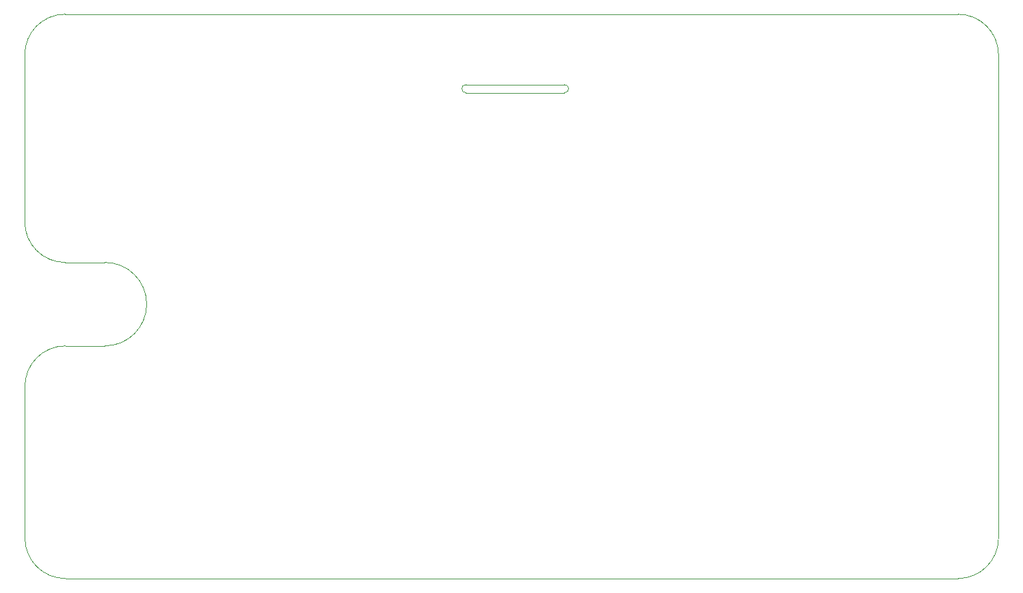
<source format=gbr>
%TF.GenerationSoftware,KiCad,Pcbnew,(6.0.1)*%
%TF.CreationDate,2023-04-21T13:11:10+03:00*%
%TF.ProjectId,Driver_Inductor,44726976-6572-45f4-996e-647563746f72,rev?*%
%TF.SameCoordinates,Original*%
%TF.FileFunction,Profile,NP*%
%FSLAX46Y46*%
G04 Gerber Fmt 4.6, Leading zero omitted, Abs format (unit mm)*
G04 Created by KiCad (PCBNEW (6.0.1)) date 2023-04-21 13:11:10*
%MOMM*%
%LPD*%
G01*
G04 APERTURE LIST*
%TA.AperFunction,Profile*%
%ADD10C,0.100000*%
%TD*%
G04 APERTURE END LIST*
D10*
X143510000Y-71120000D02*
X155702000Y-71120000D01*
X143510000Y-70104000D02*
X155702000Y-70104000D01*
X143510000Y-70104000D02*
G75*
G03*
X143510000Y-71120000I0J-508000D01*
G01*
X155702000Y-71120000D02*
G75*
G03*
X155702000Y-70104000I0J508000D01*
G01*
X209442000Y-126240000D02*
X209442000Y-66390001D01*
X98806000Y-102450000D02*
X93900000Y-102450000D01*
X93879999Y-92114000D02*
X98806000Y-92114000D01*
X98806000Y-102450000D02*
G75*
G03*
X98806000Y-92114000I0J5168000D01*
G01*
X88880002Y-87114000D02*
G75*
G03*
X93879999Y-92114000I4999997J-3D01*
G01*
X88879999Y-87114000D02*
X88880000Y-66390000D01*
X93900000Y-102450003D02*
G75*
G03*
X88900000Y-107450000I-3J-4999997D01*
G01*
X88899999Y-126239999D02*
X88900000Y-107450000D01*
X204422001Y-61390001D02*
X93880000Y-61390000D01*
X209441999Y-66390001D02*
G75*
G03*
X204422001Y-61390001I-5019998J-20038D01*
G01*
X204442000Y-131240000D02*
X93899999Y-131239999D01*
X204442000Y-131240000D02*
G75*
G03*
X209442000Y-126240000I-1J5000001D01*
G01*
X93880000Y-61390000D02*
G75*
G03*
X88880000Y-66390000I0J-5000000D01*
G01*
X88899999Y-126239999D02*
G75*
G03*
X93899999Y-131239999I5000000J0D01*
G01*
M02*

</source>
